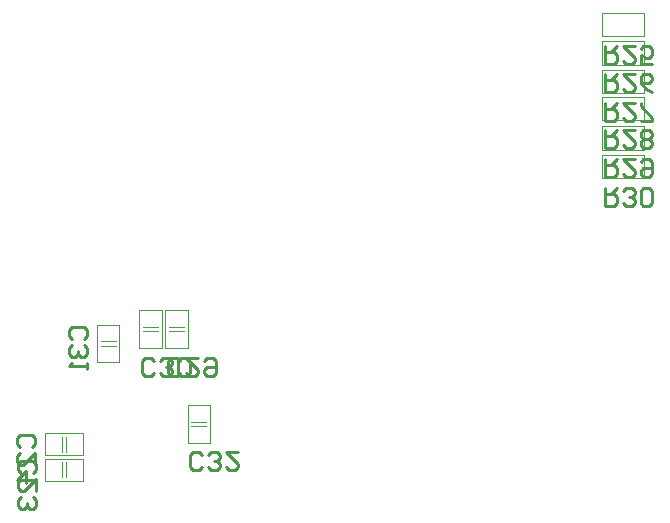
<source format=gbo>
%FSLAX44Y44*%
%MOMM*%
G71*
G01*
G75*
G04 Layer_Color=32896*
%ADD10R,1.3000X0.9000*%
G04:AMPARAMS|DCode=11|XSize=1mm|YSize=1.25mm|CornerRadius=0.25mm|HoleSize=0mm|Usage=FLASHONLY|Rotation=270.000|XOffset=0mm|YOffset=0mm|HoleType=Round|Shape=RoundedRectangle|*
%AMROUNDEDRECTD11*
21,1,1.0000,0.7500,0,0,270.0*
21,1,0.5000,1.2500,0,0,270.0*
1,1,0.5000,-0.3750,-0.2500*
1,1,0.5000,-0.3750,0.2500*
1,1,0.5000,0.3750,0.2500*
1,1,0.5000,0.3750,-0.2500*
%
%ADD11ROUNDEDRECTD11*%
G04:AMPARAMS|DCode=12|XSize=1mm|YSize=1.25mm|CornerRadius=0.25mm|HoleSize=0mm|Usage=FLASHONLY|Rotation=0.000|XOffset=0mm|YOffset=0mm|HoleType=Round|Shape=RoundedRectangle|*
%AMROUNDEDRECTD12*
21,1,1.0000,0.7500,0,0,0.0*
21,1,0.5000,1.2500,0,0,0.0*
1,1,0.5000,0.2500,-0.3750*
1,1,0.5000,-0.2500,-0.3750*
1,1,0.5000,-0.2500,0.3750*
1,1,0.5000,0.2500,0.3750*
%
%ADD12ROUNDEDRECTD12*%
G04:AMPARAMS|DCode=13|XSize=3mm|YSize=2mm|CornerRadius=0.25mm|HoleSize=0mm|Usage=FLASHONLY|Rotation=0.000|XOffset=0mm|YOffset=0mm|HoleType=Round|Shape=RoundedRectangle|*
%AMROUNDEDRECTD13*
21,1,3.0000,1.5000,0,0,0.0*
21,1,2.5000,2.0000,0,0,0.0*
1,1,0.5000,1.2500,-0.7500*
1,1,0.5000,-1.2500,-0.7500*
1,1,0.5000,-1.2500,0.7500*
1,1,0.5000,1.2500,0.7500*
%
%ADD13ROUNDEDRECTD13*%
%ADD14R,0.9000X1.3000*%
%ADD15R,0.7000X1.3000*%
%ADD16R,1.3000X0.7000*%
G04:AMPARAMS|DCode=17|XSize=1.3208mm|YSize=0.6096mm|CornerRadius=0.1524mm|HoleSize=0mm|Usage=FLASHONLY|Rotation=180.000|XOffset=0mm|YOffset=0mm|HoleType=Round|Shape=RoundedRectangle|*
%AMROUNDEDRECTD17*
21,1,1.3208,0.3048,0,0,180.0*
21,1,1.0160,0.6096,0,0,180.0*
1,1,0.3048,-0.5080,0.1524*
1,1,0.3048,0.5080,0.1524*
1,1,0.3048,0.5080,-0.1524*
1,1,0.3048,-0.5080,-0.1524*
%
%ADD17ROUNDEDRECTD17*%
%ADD18R,1.2700X0.6096*%
%ADD19R,3.0000X2.0000*%
%ADD20O,1.8000X0.3000*%
%ADD21O,0.3000X1.8000*%
%ADD22R,3.6000X2.2000*%
%ADD23R,1.2190X2.2350*%
G04:AMPARAMS|DCode=24|XSize=1.3208mm|YSize=0.6096mm|CornerRadius=0.1524mm|HoleSize=0mm|Usage=FLASHONLY|Rotation=90.000|XOffset=0mm|YOffset=0mm|HoleType=Round|Shape=RoundedRectangle|*
%AMROUNDEDRECTD24*
21,1,1.3208,0.3048,0,0,90.0*
21,1,1.0160,0.6096,0,0,90.0*
1,1,0.3048,0.1524,0.5080*
1,1,0.3048,0.1524,-0.5080*
1,1,0.3048,-0.1524,-0.5080*
1,1,0.3048,-0.1524,0.5080*
%
%ADD24ROUNDEDRECTD24*%
%ADD25R,0.6096X1.2700*%
%ADD26C,0.7000*%
%ADD27C,1.0000*%
%ADD28C,0.5000*%
%ADD29C,0.3000*%
%ADD30C,1.3000*%
%ADD31C,1.5000*%
%ADD32C,0.2540*%
%ADD33P,1.6236X8X202.5*%
%ADD34C,1.5000*%
%ADD35P,1.6236X8X292.5*%
%ADD36C,2.0000*%
G04:AMPARAMS|DCode=37|XSize=1.5mm|YSize=1.5mm|CornerRadius=0.375mm|HoleSize=0mm|Usage=FLASHONLY|Rotation=270.000|XOffset=0mm|YOffset=0mm|HoleType=Round|Shape=RoundedRectangle|*
%AMROUNDEDRECTD37*
21,1,1.5000,0.7500,0,0,270.0*
21,1,0.7500,1.5000,0,0,270.0*
1,1,0.7500,-0.3750,-0.3750*
1,1,0.7500,-0.3750,0.3750*
1,1,0.7500,0.3750,0.3750*
1,1,0.7500,0.3750,-0.3750*
%
%ADD37ROUNDEDRECTD37*%
%ADD38C,4.0000*%
%ADD39C,2.5000*%
%ADD40C,5.0800*%
%ADD41R,1.5000X1.5000*%
%ADD42C,0.1270*%
%ADD43C,0.6000*%
%ADD44C,0.2500*%
%ADD45C,0.1000*%
%ADD46C,0.1250*%
%ADD47C,0.2032*%
%ADD48C,0.2000*%
D32*
X621664Y538301D02*
X619124Y535762D01*
X614046D01*
X611507Y538301D01*
Y548458D01*
X614046Y550997D01*
X619124D01*
X621664Y548458D01*
X636899Y550997D02*
X626742D01*
X636899Y540840D01*
Y538301D01*
X634360Y535762D01*
X629281D01*
X626742Y538301D01*
X641977Y548458D02*
X644516Y550997D01*
X649595D01*
X652134Y548458D01*
Y538301D01*
X649595Y535762D01*
X644516D01*
X641977Y538301D01*
Y540840D01*
X644516Y543380D01*
X652134D01*
X599664Y538301D02*
X597124Y535762D01*
X592046D01*
X589507Y538301D01*
Y548458D01*
X592046Y550997D01*
X597124D01*
X599664Y548458D01*
X604742Y538301D02*
X607281Y535762D01*
X612360D01*
X614899Y538301D01*
Y540840D01*
X612360Y543380D01*
X609820D01*
X612360D01*
X614899Y545919D01*
Y548458D01*
X612360Y550997D01*
X607281D01*
X604742Y548458D01*
X619977Y538301D02*
X622516Y535762D01*
X627595D01*
X630134Y538301D01*
Y548458D01*
X627595Y550997D01*
X622516D01*
X619977Y548458D01*
Y538301D01*
X640664Y458301D02*
X638125Y455762D01*
X633046D01*
X630507Y458301D01*
Y468458D01*
X633046Y470997D01*
X638125D01*
X640664Y468458D01*
X645742Y458301D02*
X648281Y455762D01*
X653360D01*
X655899Y458301D01*
Y460840D01*
X653360Y463380D01*
X650820D01*
X653360D01*
X655899Y465919D01*
Y468458D01*
X653360Y470997D01*
X648281D01*
X645742Y468458D01*
X671134Y470997D02*
X660977D01*
X671134Y460840D01*
Y458301D01*
X668595Y455762D01*
X663516D01*
X660977Y458301D01*
X530651Y566686D02*
X528112Y569226D01*
Y574304D01*
X530651Y576843D01*
X540808D01*
X543347Y574304D01*
Y569226D01*
X540808Y566686D01*
X530651Y561608D02*
X528112Y559069D01*
Y553990D01*
X530651Y551451D01*
X533190D01*
X535729Y553990D01*
Y556530D01*
Y553990D01*
X538269Y551451D01*
X540808D01*
X543347Y553990D01*
Y559069D01*
X540808Y561608D01*
X543347Y546373D02*
Y541295D01*
Y543834D01*
X528112D01*
X530651Y546373D01*
X486879Y475178D02*
X484340Y477718D01*
Y482796D01*
X486879Y485335D01*
X497036D01*
X499575Y482796D01*
Y477718D01*
X497036Y475178D01*
X499575Y459943D02*
Y470100D01*
X489418Y459943D01*
X486879D01*
X484340Y462482D01*
Y467561D01*
X486879Y470100D01*
X499575Y447247D02*
X484340D01*
X491957Y454865D01*
Y444708D01*
X487301Y453336D02*
X484762Y455876D01*
Y460954D01*
X487301Y463493D01*
X497458D01*
X499997Y460954D01*
Y455876D01*
X497458Y453336D01*
X499997Y438101D02*
Y448258D01*
X489840Y438101D01*
X487301D01*
X484762Y440640D01*
Y445719D01*
X487301Y448258D01*
Y433023D02*
X484762Y430484D01*
Y425405D01*
X487301Y422866D01*
X489840D01*
X492379Y425405D01*
Y427944D01*
Y425405D01*
X494919Y422866D01*
X497458D01*
X499997Y425405D01*
Y430484D01*
X497458Y433023D01*
X981379Y814839D02*
Y799604D01*
X988997D01*
X991536Y802143D01*
Y807222D01*
X988997Y809761D01*
X981379D01*
X986457D02*
X991536Y814839D01*
X1006771D02*
X996614D01*
X1006771Y804682D01*
Y802143D01*
X1004232Y799604D01*
X999153D01*
X996614Y802143D01*
X1022006Y799604D02*
X1011849D01*
Y807222D01*
X1016927Y804682D01*
X1019467D01*
X1022006Y807222D01*
Y812300D01*
X1019467Y814839D01*
X1014388D01*
X1011849Y812300D01*
X981379Y790839D02*
Y775604D01*
X988997D01*
X991536Y778143D01*
Y783222D01*
X988997Y785761D01*
X981379D01*
X986457D02*
X991536Y790839D01*
X1006771D02*
X996614D01*
X1006771Y780682D01*
Y778143D01*
X1004232Y775604D01*
X999153D01*
X996614Y778143D01*
X1022006Y775604D02*
X1016927Y778143D01*
X1011849Y783222D01*
Y788300D01*
X1014388Y790839D01*
X1019467D01*
X1022006Y788300D01*
Y785761D01*
X1019467Y783222D01*
X1011849D01*
X981379Y766839D02*
Y751604D01*
X988997D01*
X991536Y754143D01*
Y759221D01*
X988997Y761761D01*
X981379D01*
X986457D02*
X991536Y766839D01*
X1006771D02*
X996614D01*
X1006771Y756682D01*
Y754143D01*
X1004232Y751604D01*
X999153D01*
X996614Y754143D01*
X1011849Y751604D02*
X1022006D01*
Y754143D01*
X1011849Y764300D01*
Y766839D01*
X981379Y743839D02*
Y728604D01*
X988997D01*
X991536Y731143D01*
Y736221D01*
X988997Y738761D01*
X981379D01*
X986457D02*
X991536Y743839D01*
X1006771D02*
X996614D01*
X1006771Y733682D01*
Y731143D01*
X1004232Y728604D01*
X999153D01*
X996614Y731143D01*
X1011849D02*
X1014388Y728604D01*
X1019467D01*
X1022006Y731143D01*
Y733682D01*
X1019467Y736221D01*
X1022006Y738761D01*
Y741300D01*
X1019467Y743839D01*
X1014388D01*
X1011849Y741300D01*
Y738761D01*
X1014388Y736221D01*
X1011849Y733682D01*
Y731143D01*
X1014388Y736221D02*
X1019467D01*
X981379Y718839D02*
Y703604D01*
X988997D01*
X991536Y706143D01*
Y711221D01*
X988997Y713761D01*
X981379D01*
X986457D02*
X991536Y718839D01*
X1006771D02*
X996614D01*
X1006771Y708682D01*
Y706143D01*
X1004232Y703604D01*
X999153D01*
X996614Y706143D01*
X1011849Y716300D02*
X1014388Y718839D01*
X1019467D01*
X1022006Y716300D01*
Y706143D01*
X1019467Y703604D01*
X1014388D01*
X1011849Y706143D01*
Y708682D01*
X1014388Y711221D01*
X1022006D01*
X981379Y694839D02*
Y679604D01*
X988997D01*
X991536Y682143D01*
Y687222D01*
X988997Y689761D01*
X981379D01*
X986457D02*
X991536Y694839D01*
X996614Y682143D02*
X999153Y679604D01*
X1004232D01*
X1006771Y682143D01*
Y684682D01*
X1004232Y687222D01*
X1001692D01*
X1004232D01*
X1006771Y689761D01*
Y692300D01*
X1004232Y694839D01*
X999153D01*
X996614Y692300D01*
X1011849Y682143D02*
X1014388Y679604D01*
X1019467D01*
X1022006Y682143D01*
Y692300D01*
X1019467Y694839D01*
X1014388D01*
X1011849Y692300D01*
Y682143D01*
D45*
X612650Y573222D02*
X625350D01*
X612650Y576778D02*
X625350D01*
X609500Y559000D02*
X628500D01*
X609500D02*
Y591000D01*
X628500Y559000D02*
Y591000D01*
X609500D02*
X628500D01*
X590650Y573222D02*
X603350D01*
X590650Y576778D02*
X603350D01*
X587500Y559000D02*
X606500D01*
X587500D02*
Y591000D01*
X606500Y559000D02*
Y591000D01*
X587500D02*
X606500D01*
X631650Y493222D02*
X644350D01*
X631650Y496778D02*
X644350D01*
X628500Y479000D02*
X647500D01*
X628500D02*
Y511000D01*
X647500Y479000D02*
Y511000D01*
X628500D02*
X647500D01*
X554650Y561222D02*
X567350D01*
X554650Y564778D02*
X567350D01*
X551500Y547000D02*
X570500D01*
X551500D02*
Y579000D01*
X570500Y547000D02*
Y579000D01*
X551500D02*
X570500D01*
X521800Y471492D02*
Y484192D01*
X525356Y471492D02*
Y484192D01*
X507578Y468342D02*
Y487342D01*
X539578D01*
X507578Y468342D02*
X539578D01*
Y487342D01*
X522222Y449650D02*
Y462350D01*
X525778Y449650D02*
Y462350D01*
X508000Y446500D02*
Y465500D01*
X540000D01*
X508000Y446500D02*
X540000D01*
Y465500D01*
D46*
X979500Y795000D02*
X1014500D01*
X979500Y775000D02*
X1014500D01*
Y795000D01*
X979500Y775000D02*
Y795000D01*
Y843000D02*
X1014500D01*
X979500Y823000D02*
X1014500D01*
Y843000D01*
X979500Y823000D02*
Y843000D01*
Y772000D02*
X1014500D01*
X979500Y752000D02*
X1014500D01*
Y772000D01*
X979500Y752000D02*
Y772000D01*
Y747000D02*
X1014500D01*
X979500Y727000D02*
X1014500D01*
Y747000D01*
X979500Y727000D02*
Y747000D01*
Y723000D02*
X1014500D01*
X979500Y703000D02*
X1014500D01*
Y723000D01*
X979500Y703000D02*
Y723000D01*
Y819000D02*
X1014500D01*
X979500Y799000D02*
X1014500D01*
Y819000D01*
X979500Y799000D02*
Y819000D01*
M02*

</source>
